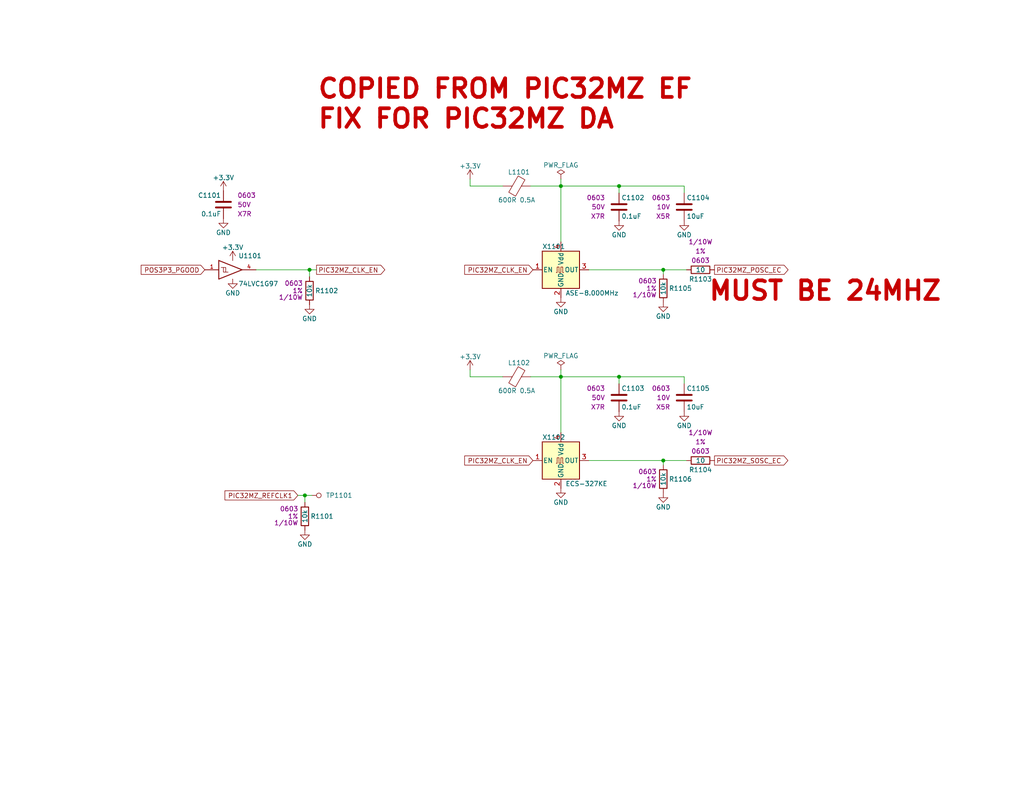
<source format=kicad_sch>
(kicad_sch (version 20230121) (generator eeschema)
  (paper "A")
  (title_block (title "Thermal Camera") (date "2023-11-11") (rev "PRELIM") (company "Drew Maatman and Michael Laffin"))
  (lib_symbols
    (symbol "Custom_Library:74LVC1G97_Power_BUF" (pin_names (offset 1.016) hide)
      (property "Reference" "U" (at 1.524 3.81 0))
      (property "Value" "Custom_Library_74LVC1G97_Power_BUF" (at 1.524 -3.81 0))
      (symbol "74LVC1G97_Power_BUF_1_1"
        (polyline (pts (xy -2.54 0.635) (xy -1.905 0.635) (xy -1.905 -0.635)))
        (polyline (pts (xy -3.81 2.54) (xy -3.81 -2.54) (xy 2.54 0) (xy -3.81 2.54)) (stroke (width 0.254)))
        (polyline (pts (xy -3.175 0.635) (xy -2.54 0.635) (xy -2.54 -0.635) (xy -1.27 -0.635)))
        (pin input line (at -7.62 0 0) (length 3.81) (name "~") (number "1"))
        (pin power_in line (at 0 -2.54 270) (length 0) (name "GND") (number "2"))
        (pin power_in line (at 0 -2.54 270) (length 0) (name "GND") (number "3"))
        (pin output line (at 6.35 0 180) (length 3.81) (name "~") (number "4"))
        (pin power_in line (at 0 2.54 90) (length 0) (name "VCC") (number "5"))
        (pin power_in line (at 0 -2.54 270) (length 0) (name "GND") (number "6"))
      )
    )
    (symbol "Custom_Library:C_Custom" (pin_numbers hide) (pin_names (offset 0.254))
      (property "Reference" "C" (at 0.635 2.54 0))
      (property "Value" "Custom_Library_C_Custom" (at 0.635 -2.54 0))
      (property "display_footprint" "Foot" (at -3.81 2.54 0))
      (property "Voltage" "V" (at -3.81 0 0))
      (property "Dielectric" "Er" (at -3.81 -2.54 0))
      (symbol "C_Custom_0_1"
        (polyline (pts (xy -2.032 -0.762) (xy 2.032 -0.762)) (stroke (width 0.508)))
        (polyline (pts (xy -2.032 0.762) (xy 2.032 0.762)) (stroke (width 0.508)))
      )
      (symbol "C_Custom_1_1"
        (pin passive line (at 0 3.81 270) (length 2.794) (name "~") (number "1"))
        (pin passive line (at 0 -3.81 90) (length 2.794) (name "~") (number "2"))
      )
    )
    (symbol "Custom_Library:ECS-327KE" (pin_names (offset 0.254))
      (property "Reference" "X" (at -5.08 6.35 0))
      (property "Value" "Custom_Library_ECS-327KE" (at 1.27 -6.35 0))
      (symbol "ECS-327KE_0_1"
        (rectangle (start -5.08 5.08) (end 5.08 -5.08) (stroke (width 0.254)) (fill (type background)))
        (polyline (pts (xy -1.27 -0.762) (xy -1.016 -0.762) (xy -1.016 0.762) (xy -0.508 0.762) (xy -0.508 -0.762) (xy 0 -0.762) (xy 0 0.762) (xy 0.508 0.762) (xy 0.508 -0.762) (xy 0.762 -0.762)))
      )
      (symbol "ECS-327KE_1_1"
        (pin input line (at -7.62 0 0) (length 2.54) (name "EN") (number "1"))
        (pin power_in line (at 0 -7.62 90) (length 2.54) (name "GND") (number "2"))
        (pin output line (at 7.62 0 180) (length 2.54) (name "OUT") (number "3"))
        (pin power_in line (at 0 7.62 270) (length 2.54) (name "Vdd") (number "4"))
      )
    )
    (symbol "Custom_Library:R_Custom" (pin_numbers hide) (pin_names (offset 1.016) hide)
      (property "Reference" "R" (at -2.54 0 90))
      (property "Value" "Custom_Library_R_Custom" (at 0 0 90))
      (property "display_footprint" "Foot" (at 2.54 0 90))
      (property "Tolerance" "Tol" (at 5.08 0 90))
      (property "Wattage" "W" (at 7.62 0 90))
      (symbol "R_Custom_0_1"
        (rectangle (start 1.016 2.54) (end -1.016 -2.54) (stroke (width 0.254)))
      )
      (symbol "R_Custom_1_1"
        (pin passive line (at 0 3.81 270) (length 1.27) (name "1") (number "1"))
        (pin passive line (at 0 -3.81 90) (length 1.27) (name "2") (number "2"))
      )
    )
    (symbol "Custom_Library:TP" (pin_numbers hide) (pin_names (offset 0) hide)
      (property "Reference" "TP" (at 0 3.81 0))
      (symbol "TP_0_1"
        (polyline (pts (xy 0 0) (xy 0 1.27)))
        (circle (center 0 1.905) (radius 0.635))
      )
      (symbol "TP_1_1"
        (pin passive line (at 0 0 90) (length 0) (name "TP") (number "1"))
      )
    )
    (symbol "Device:Ferrite_Bead" (pin_numbers hide) (pin_names (offset 0))
      (property "Reference" "FB" (at -3.81 0.635 90))
      (property "Value" "Device_Ferrite_Bead" (at 3.81 0 90))
      (symbol "Ferrite_Bead_0_1"
        (polyline (pts (xy 0 -1.27) (xy 0 -1.2192)))
        (polyline (pts (xy 0 1.27) (xy 0 1.2954)))
        (polyline (pts (xy -2.7686 0.4064) (xy -1.7018 2.2606) (xy 2.7686 -0.3048) (xy 1.6764 -2.159) (xy -2.7686 0.4064)))
      )
      (symbol "Ferrite_Bead_1_1"
        (pin passive line (at 0 3.81 270) (length 2.54) (name "~") (number "1"))
        (pin passive line (at 0 -3.81 90) (length 2.54) (name "~") (number "2"))
      )
    )
    (symbol "Oscillator:ASE-xxxMHz" (pin_names (offset 0.254))
      (property "Reference" "X" (at -5.08 6.35 0))
      (property "Value" "ASE-xxxMHz" (at 1.27 -6.35 0))
      (symbol "ASE-xxxMHz_0_1"
        (rectangle (start -5.08 5.08) (end 5.08 -5.08) (stroke (width 0.254)) (fill (type background)))
        (polyline (pts (xy -1.27 -0.762) (xy -1.016 -0.762) (xy -1.016 0.762) (xy -0.508 0.762) (xy -0.508 -0.762) (xy 0 -0.762) (xy 0 0.762) (xy 0.508 0.762) (xy 0.508 -0.762) (xy 0.762 -0.762)))
      )
      (symbol "ASE-xxxMHz_1_1"
        (pin input line (at -7.62 0 0) (length 2.54) (name "EN") (number "1"))
        (pin power_in line (at 0 -7.62 90) (length 2.54) (name "GND") (number "2"))
        (pin output line (at 7.62 0 180) (length 2.54) (name "OUT") (number "3"))
        (pin power_in line (at 0 7.62 270) (length 2.54) (name "Vdd") (number "4"))
      )
    )
    (symbol "power:+3.3V" (power) (pin_names (offset 0))
      (property "Value" "+3.3V" (at 0 3.556 0))
      (symbol "+3.3V_0_1"
        (polyline (pts (xy -0.762 1.27) (xy 0 2.54)))
        (polyline (pts (xy 0 0) (xy 0 2.54)))
        (polyline (pts (xy 0 2.54) (xy 0.762 1.27)))
      )
      (symbol "+3.3V_1_1"
        (pin power_in line (at 0 0 90) (length 0) hide (name "+3.3V") (number "1"))
      )
    )
    (symbol "power:GND" (power) (pin_names (offset 0))
      (property "Value" "GND" (at 0 -3.81 0))
      (symbol "GND_0_1"
        (polyline (pts (xy 0 0) (xy 0 -1.27) (xy 1.27 -1.27) (xy 0 -2.54) (xy -1.27 -1.27) (xy 0 -1.27)))
      )
      (symbol "GND_1_1"
        (pin power_in line (at 0 0 270) (length 0) hide (name "GND") (number "1"))
      )
    )
    (symbol "power:PWR_FLAG" (power) (pin_numbers hide) (pin_names (offset 0) hide)
      (property "Value" "PWR_FLAG" (at 0 3.81 0))
      (symbol "PWR_FLAG_0_0"
        (pin power_out line (at 0 0 90) (length 0) (name "pwr") (number "1"))
      )
      (symbol "PWR_FLAG_0_1"
        (polyline (pts (xy 0 0) (xy 0 1.27) (xy -1.016 1.905) (xy 0 2.54) (xy 1.016 1.905) (xy 0 1.27)))
      )
    )
  )
  (junction (at 153.035 50.8))
  (junction (at 180.975 73.66))
  (junction (at 153.035 102.87))
  (junction (at 83.185 135.255))
  (junction (at 168.91 102.87))
  (junction (at 84.455 73.66))
  (junction (at 180.975 125.73))
  (junction (at 168.91 50.8))
  (wire (pts (xy 144.78 50.8) (xy 153.035 50.8)))
  (wire (pts (xy 168.91 104.775) (xy 168.91 102.87)))
  (wire (pts (xy 180.975 125.73) (xy 187.325 125.73)))
  (wire (pts (xy 168.91 52.705) (xy 168.91 50.8)))
  (wire (pts (xy 86.36 73.66) (xy 84.455 73.66)))
  (wire (pts (xy 180.975 73.66) (xy 187.325 73.66)))
  (wire (pts (xy 153.035 100.965) (xy 153.035 102.87)))
  (wire (pts (xy 153.035 102.87) (xy 153.035 118.11)))
  (wire (pts (xy 84.455 75.565) (xy 84.455 73.66)))
  (wire (pts (xy 186.69 102.87) (xy 186.69 104.775)))
  (wire (pts (xy 180.975 73.66) (xy 160.655 73.66)))
  (wire (pts (xy 180.975 127) (xy 180.975 125.73)))
  (wire (pts (xy 144.78 102.87) (xy 153.035 102.87)))
  (wire (pts (xy 128.27 100.965) (xy 128.27 102.87)))
  (wire (pts (xy 128.27 50.8) (xy 137.16 50.8)))
  (wire (pts (xy 168.91 102.87) (xy 186.69 102.87)))
  (wire (pts (xy 128.27 102.87) (xy 137.16 102.87)))
  (wire (pts (xy 180.975 74.93) (xy 180.975 73.66)))
  (wire (pts (xy 168.91 50.8) (xy 153.035 50.8)))
  (wire (pts (xy 153.035 48.895) (xy 153.035 50.8)))
  (wire (pts (xy 83.185 135.255) (xy 81.28 135.255)))
  (wire (pts (xy 168.91 102.87) (xy 153.035 102.87)))
  (wire (pts (xy 186.69 50.8) (xy 186.69 52.705)))
  (wire (pts (xy 128.27 48.895) (xy 128.27 50.8)))
  (wire (pts (xy 84.455 73.66) (xy 69.85 73.66)))
  (wire (pts (xy 153.035 50.8) (xy 153.035 66.04)))
  (wire (pts (xy 168.91 50.8) (xy 186.69 50.8)))
  (wire (pts (xy 180.975 125.73) (xy 160.655 125.73)))
  (wire (pts (xy 85.09 135.255) (xy 83.185 135.255)))
  (wire (pts (xy 83.185 137.16) (xy 83.185 135.255)))
  (text "MUST BE 24MHZ" (at 193.04 82.55 0) (effects (font (size 5.08 5.08) (thickness 1.016) bold) (justify left bottom)))
  (text "COPIED FROM PIC32MZ EF\nFIX FOR PIC32MZ DA" (at 86.36 35.56 0) (effects (font (size 5.08 5.08) (thickness 1.016) bold) (justify left bottom)))
  (global_label "PIC32MZ_SOSC_EC" (shape output) (at 194.945 125.73 0) (property "Intersheetrefs" "${INTERSHEET_REFS}" (effects hide)))
  (global_label "PIC32MZ_CLK_EN" (shape input) (at 145.415 125.73 180) (property "Intersheetrefs" "${INTERSHEET_REFS}" (effects hide)))
  (global_label "PIC32MZ_CLK_EN" (shape output) (at 86.36 73.66 0) (property "Intersheetrefs" "${INTERSHEET_REFS}" (effects hide)))
  (global_label "POS3P3_PGOOD" (shape input) (at 55.88 73.66 180) (property "Intersheetrefs" "${INTERSHEET_REFS}" (effects hide)))
  (global_label "PIC32MZ_REFCLK1" (shape input) (at 81.28 135.255 180) (property "Intersheetrefs" "${INTERSHEET_REFS}" (effects hide)))
  (global_label "PIC32MZ_CLK_EN" (shape input) (at 145.415 73.66 180) (property "Intersheetrefs" "${INTERSHEET_REFS}" (effects hide)))
  (global_label "PIC32MZ_POSC_EC" (shape output) (at 194.945 73.66 0) (property "Intersheetrefs" "${INTERSHEET_REFS}" (effects hide)))
  (symbol (lib_id "power:GND") (at 180.975 82.55 0) (unit 1)
    (property "Reference" "#PWR01113" (effects hide))
    (property "Value" "GND" (at 180.975 86.36 0))
    (instances (project "Nixie_Clock_Core" (path "" (reference "#PWR01113") (unit 1))) (project "LED_Panel_Controller" (path "" (reference "#PWR?") (unit 1)) (path "" (reference "#PWR?") (unit 1)) (path "" (reference "#PWR?") (unit 1)) (path "" (reference "#PWR?") (unit 1)) (path "" (reference "#PWR?") (unit 1))) (project "Thermal_Camera" (path "" (reference "#PWR01013") (unit 1))))
  )
  (symbol (lib_id "power:PWR_FLAG") (at 153.035 48.895 0) (unit 1)
    (property "Reference" "#FLG01101" (effects hide))
    (property "Value" "PWR_FLAG" (at 153.035 45.085 0))
    (instances (project "Nixie_Clock_Core" (path "" (reference "#FLG01101") (unit 1))) (project "LED_Panel_Controller" (path "" (reference "#FLG?") (unit 1))) (project "Thermal_Camera" (path "" (reference "#FLG01001") (unit 1))))
  )
  (symbol (lib_id "Custom_Library:R_Custom") (at 180.975 78.74 0) (mirror y) (unit 1)
    (property "Reference" "R1105" (at 182.499 78.74 0) (effects (justify right)))
    (property "Value" "10k" (at 180.975 78.74 90))
    (property "Footprint" "Resistors_SMD:R_0603" (effects hide))
    (property "display_footprint" "0603" (at 179.197 76.708 0) (effects (justify left)))
    (property "Tolerance" "1%" (at 179.197 78.74 0) (effects (justify left)))
    (property "Wattage" "1/10W" (at 179.197 80.518 0) (effects (justify left)))
    (property "Digi-Key PN" "541-10.0KHCT-ND" (effects hide))
    (instances (project "Nixie_Clock_Core" (path "" (reference "R1105") (unit 1))) (project "LED_Panel_Controller" (path "" (reference "R?") (unit 1)) (path "" (reference "R?") (unit 1)) (path "" (reference "R?") (unit 1)) (path "" (reference "R?") (unit 1)) (path "" (reference "R?") (unit 1)) (path "" (reference "R?") (unit 1)) (path "" (reference "R?") (unit 1)) (path "" (reference "R?") (unit 1)) (path "" (reference "R?") (unit 1)) (path "" (reference "R?") (unit 1)) (path "" (reference "R?") (unit 1))) (project "Thermal_Camera" (path "" (reference "R?") (unit 1))))
  )
  (symbol (lib_id "Custom_Library:C_Custom") (at 168.91 108.585 0) (unit 1)
    (property "Reference" "C1103" (at 169.545 106.045 0) (effects (justify left)))
    (property "Value" "0.1uF" (at 169.545 111.125 0) (effects (justify left)))
    (property "Footprint" "Capacitors_SMD:C_0603" (effects hide))
    (property "display_footprint" "0603" (at 165.1 106.045 0) (effects (justify right)))
    (property "Voltage" "50V" (at 165.1 108.585 0) (effects (justify right)))
    (property "Dielectric" "X7R" (at 165.1 111.125 0) (effects (justify right)))
    (property "Digi-Key PN" "1276-1935-1-ND" (effects hide))
    (instances (project "Nixie_Clock_Core" (path "" (reference "C1103") (unit 1))) (project "LED_Panel_Controller" (path "" (reference "C?") (unit 1)) (path "" (reference "C?") (unit 1))) (project "Thermal_Camera" (path "" (reference "C?") (unit 1))))
  )
  (symbol (lib_id "Custom_Library:R_Custom") (at 191.135 125.73 90) (unit 1)
    (property "Reference" "R1104" (at 191.135 128.27 90))
    (property "Value" "10" (at 191.135 125.73 90))
    (property "Footprint" "Resistors_SMD:R_0603" (effects hide))
    (property "display_footprint" "0603" (at 191.135 123.19 90))
    (property "Tolerance" "1%" (at 191.135 120.65 90))
    (property "Wattage" "1/10W" (at 191.135 118.11 90))
    (property "Digi-Key PN" "541-10.0HCT-ND" (effects hide))
    (instances (project "Nixie_Clock_Core" (path "" (reference "R1104") (unit 1))) (project "LED_Panel_Controller" (path "" (reference "R?") (unit 1)) (path "" (reference "R?") (unit 1))) (project "Thermal_Camera" (path "" (reference "R?") (unit 1))))
  )
  (symbol (lib_id "Custom_Library:74LVC1G97_Power_BUF") (at 63.5 73.66 0) (unit 1)
    (property "Reference" "U1101" (at 65.024 69.85 0) (effects (justify left)))
    (property "Value" "74LVC1G97" (at 65.024 77.47 0) (effects (justify left)))
    (property "Footprint" "Package_TO_SOT_SMD:SOT-363_SC-70-6" (effects hide))
    (property "Datasheet" "http://www.ti.com/lit/ds/symlink/sn74lvc1g97.pdf" (effects hide))
    (property "Digi-Key PN" "296-15582-1-ND" (effects hide))
    (instances (project "Nixie_Clock_Core" (path "" (reference "U1101") (unit 1))) (project "LED_Panel_Controller" (path "" (reference "U?") (unit 1))) (project "Thermal_Camera" (path "" (reference "U?") (unit 1))))
  )
  (symbol (lib_id "power:GND") (at 83.185 144.78 0) (unit 1)
    (property "Reference" "#PWR01105" (effects hide))
    (property "Value" "GND" (at 83.185 148.59 0))
    (instances (project "Nixie_Clock_Core" (path "" (reference "#PWR01105") (unit 1))) (project "LED_Panel_Controller" (path "" (reference "#PWR?") (unit 1))) (project "Thermal_Camera" (path "" (reference "#PWR01005") (unit 1))))
  )
  (symbol (lib_id "power:GND") (at 60.96 59.69 0) (unit 1)
    (property "Reference" "#PWR01102" (effects hide))
    (property "Value" "GND" (at 60.96 63.5 0))
    (instances (project "Nixie_Clock_Core" (path "" (reference "#PWR01102") (unit 1))) (project "LED_Panel_Controller" (path "" (reference "#PWR?") (unit 1)) (path "" (reference "#PWR?") (unit 1))) (project "Thermal_Camera" (path "" (reference "#PWR01002") (unit 1))))
  )
  (symbol (lib_id "Custom_Library:C_Custom") (at 186.69 56.515 0) (unit 1)
    (property "Reference" "C1104" (at 187.325 53.975 0) (effects (justify left)))
    (property "Value" "10uF" (at 187.325 59.055 0) (effects (justify left)))
    (property "Footprint" "Capacitors_SMD:C_0603" (effects hide))
    (property "display_footprint" "0603" (at 182.88 53.975 0) (effects (justify right)))
    (property "Voltage" "10V" (at 182.88 56.515 0) (effects (justify right)))
    (property "Dielectric" "X5R" (at 182.88 59.055 0) (effects (justify right)))
    (property "Digi-Key PN" "1276-1871-1-ND" (effects hide))
    (instances (project "Nixie_Clock_Core" (path "" (reference "C1104") (unit 1))) (project "LED_Panel_Controller" (path "" (reference "C?") (unit 1)) (path "" (reference "C?") (unit 1)) (path "" (reference "C?") (unit 1)) (path "" (reference "C?") (unit 1)) (path "" (reference "C?") (unit 1)) (path "" (reference "C?") (unit 1)) (path "" (reference "C?") (unit 1)) (path "" (reference "C?") (unit 1)) (path "" (reference "C?") (unit 1))) (project "Thermal_Camera" (path "" (reference "C?") (unit 1))))
  )
  (symbol (lib_id "power:GND") (at 153.035 133.35 0) (unit 1)
    (property "Reference" "#PWR01110" (effects hide))
    (property "Value" "GND" (at 153.035 137.16 0))
    (instances (project "Nixie_Clock_Core" (path "" (reference "#PWR01110") (unit 1))) (project "LED_Panel_Controller" (path "" (reference "#PWR?") (unit 1))) (project "Thermal_Camera" (path "" (reference "#PWR01010") (unit 1))))
  )
  (symbol (lib_id "Custom_Library:C_Custom") (at 168.91 56.515 0) (unit 1)
    (property "Reference" "C1102" (at 169.545 53.975 0) (effects (justify left)))
    (property "Value" "0.1uF" (at 169.545 59.055 0) (effects (justify left)))
    (property "Footprint" "Capacitors_SMD:C_0603" (effects hide))
    (property "display_footprint" "0603" (at 165.1 53.975 0) (effects (justify right)))
    (property "Voltage" "50V" (at 165.1 56.515 0) (effects (justify right)))
    (property "Dielectric" "X7R" (at 165.1 59.055 0) (effects (justify right)))
    (property "Digi-Key PN" "1276-1935-1-ND" (effects hide))
    (instances (project "Nixie_Clock_Core" (path "" (reference "C1102") (unit 1))) (project "LED_Panel_Controller" (path "" (reference "C?") (unit 1)) (path "" (reference "C?") (unit 1))) (project "Thermal_Camera" (path "" (reference "C?") (unit 1))))
  )
  (symbol (lib_id "power:+3.3V") (at 128.27 48.895 0) (unit 1)
    (property "Reference" "#PWR01107" (effects hide))
    (property "Value" "+3.3V" (at 128.27 45.339 0))
    (instances (project "Nixie_Clock_Core" (path "" (reference "#PWR01107") (unit 1))) (project "LED_Panel_Controller" (path "" (reference "#PWR?") (unit 1))) (project "Thermal_Camera" (path "" (reference "#PWR01007") (unit 1))))
  )
  (symbol (lib_id "Device:Ferrite_Bead") (at 140.97 50.8 270) (unit 1)
    (property "Reference" "L1101" (at 141.605 46.99 90))
    (property "Value" "600R 0.5A" (at 140.97 54.61 90))
    (property "Footprint" "Inductors_SMD:L_0603" (effects hide))
    (property "Digi-Key PN" "490-1014-1-ND" (effects hide))
    (instances (project "Nixie_Clock_Core" (path "" (reference "L1101") (unit 1))) (project "LED_Panel_Controller" (path "" (reference "L?") (unit 1)) (path "" (reference "L?") (unit 1)) (path "" (reference "L?") (unit 1)) (path "" (reference "L?") (unit 1)) (path "" (reference "L?") (unit 1))) (project "Thermal_Camera" (path "" (reference "L?") (unit 1))))
  )
  (symbol (lib_id "power:GND") (at 168.91 60.325 0) (unit 1)
    (property "Reference" "#PWR01111" (effects hide))
    (property "Value" "GND" (at 168.91 64.135 0))
    (instances (project "Nixie_Clock_Core" (path "" (reference "#PWR01111") (unit 1))) (project "LED_Panel_Controller" (path "" (reference "#PWR?") (unit 1))) (project "Thermal_Camera" (path "" (reference "#PWR01011") (unit 1))))
  )
  (symbol (lib_id "Custom_Library:R_Custom") (at 191.135 73.66 90) (unit 1)
    (property "Reference" "R1103" (at 191.135 76.2 90))
    (property "Value" "10" (at 191.135 73.66 90))
    (property "Footprint" "Resistors_SMD:R_0603" (effects hide))
    (property "display_footprint" "0603" (at 191.135 71.12 90))
    (property "Tolerance" "1%" (at 191.135 68.58 90))
    (property "Wattage" "1/10W" (at 191.135 66.04 90))
    (property "Digi-Key PN" "541-10.0HCT-ND" (effects hide))
    (instances (project "Nixie_Clock_Core" (path "" (reference "R1103") (unit 1))) (project "LED_Panel_Controller" (path "" (reference "R?") (unit 1)) (path "" (reference "R?") (unit 1))) (project "Thermal_Camera" (path "" (reference "R?") (unit 1))))
  )
  (symbol (lib_id "Custom_Library:R_Custom") (at 83.185 140.97 0) (mirror y) (unit 1)
    (property "Reference" "R1101" (at 84.709 140.97 0) (effects (justify right)))
    (property "Value" "10k" (at 83.185 140.97 90))
    (property "Footprint" "Resistors_SMD:R_0603" (effects hide))
    (property "display_footprint" "0603" (at 81.407 138.938 0) (effects (justify left)))
    (property "Tolerance" "1%" (at 81.407 140.97 0) (effects (justify left)))
    (property "Wattage" "1/10W" (at 81.407 142.748 0) (effects (justify left)))
    (property "Digi-Key PN" "541-10.0KHCT-ND" (effects hide))
    (instances (project "Nixie_Clock_Core" (path "" (reference "R1101") (unit 1))) (project "LED_Panel_Controller" (path "" (reference "R?") (unit 1)) (path "" (reference "R?") (unit 1)) (path "" (reference "R?") (unit 1)) (path "" (reference "R?") (unit 1)) (path "" (reference "R?") (unit 1)) (path "" (reference "R?") (unit 1)) (path "" (reference "R?") (unit 1)) (path "" (reference "R?") (unit 1)) (path "" (reference "R?") (unit 1)) (path "" (reference "R?") (unit 1)) (path "" (reference "R?") (unit 1))) (project "Thermal_Camera" (path "" (reference "R?") (unit 1))))
  )
  (symbol (lib_id "Custom_Library:C_Custom") (at 60.96 55.88 0) (mirror y) (unit 1)
    (property "Reference" "C1101" (at 60.325 53.34 0) (effects (justify left)))
    (property "Value" "0.1uF" (at 60.325 58.42 0) (effects (justify left)))
    (property "Footprint" "Capacitors_SMD:C_0603" (effects hide))
    (property "Digi-Key PN" "1276-1935-1-ND" (effects hide))
    (property "display_footprint" "0603" (at 64.77 53.34 0) (effects (justify right)))
    (property "Voltage" "50V" (at 64.77 55.88 0) (effects (justify right)))
    (property "Dielectric" "X7R" (at 64.77 58.42 0) (effects (justify right)))
    (instances (project "Nixie_Clock_Core" (path "" (reference "C1101") (unit 1))) (project "LED_Panel_Controller" (path "" (reference "C?") (unit 1)) (path "" (reference "C?") (unit 1)) (path "" (reference "C?") (unit 1)) (path "" (reference "C?") (unit 1)) (path "" (reference "C?") (unit 1)) (path "" (reference "C?") (unit 1)) (path "" (reference "C?") (unit 1)) (path "" (reference "C?") (unit 1)) (path "" (reference "C?") (unit 1))) (project "Thermal_Camera" (path "" (reference "C?") (unit 1))))
  )
  (symbol (lib_id "Custom_Library:TP") (at 85.09 135.255 270) (unit 1)
    (property "Reference" "TP1101" (at 88.9 135.255 90) (effects (justify left)))
    (property "Value" "TP" (effects hide))
    (property "Footprint" "Custom Footprints Library:Test_Point" (effects hide))
    (instances (project "Nixie_Clock_Core" (path "" (reference "TP1101") (unit 1))) (project "LED_Panel_Controller" (path "" (reference "TP?") (unit 1)) (path "" (reference "TP?") (unit 1)) (path "" (reference "TP?") (unit 1)) (path "" (reference "TP?") (unit 1)) (path "" (reference "TP?") (unit 1)) (path "" (reference "TP?") (unit 1)) (path "" (reference "TP?") (unit 1)) (path "" (reference "TP?") (unit 1))) (project "Thermal_Camera" (path "" (reference "TP?") (unit 1))))
  )
  (symbol (lib_id "power:+3.3V") (at 60.96 52.07 0) (unit 1)
    (property "Reference" "#PWR01101" (effects hide))
    (property "Value" "+3.3V" (at 60.96 48.514 0))
    (instances (project "Nixie_Clock_Core" (path "" (reference "#PWR01101") (unit 1))) (project "LED_Panel_Controller" (path "" (reference "#PWR?") (unit 1)) (path "" (reference "#PWR?") (unit 1))) (project "Thermal_Camera" (path "" (reference "#PWR01001") (unit 1))))
  )
  (symbol (lib_id "power:PWR_FLAG") (at 153.035 100.965 0) (unit 1)
    (property "Reference" "#FLG01102" (effects hide))
    (property "Value" "PWR_FLAG" (at 153.035 97.155 0))
    (instances (project "Nixie_Clock_Core" (path "" (reference "#FLG01102") (unit 1))) (project "LED_Panel_Controller" (path "" (reference "#FLG?") (unit 1))) (project "Thermal_Camera" (path "" (reference "#FLG01002") (unit 1))))
  )
  (symbol (lib_id "Custom_Library:R_Custom") (at 84.455 79.375 0) (mirror y) (unit 1)
    (property "Reference" "R1102" (at 85.979 79.375 0) (effects (justify right)))
    (property "Value" "10k" (at 84.455 79.375 90))
    (property "Footprint" "Resistors_SMD:R_0603" (effects hide))
    (property "display_footprint" "0603" (at 82.677 77.343 0) (effects (justify left)))
    (property "Tolerance" "1%" (at 82.677 79.375 0) (effects (justify left)))
    (property "Wattage" "1/10W" (at 82.677 81.153 0) (effects (justify left)))
    (property "Digi-Key PN" "541-10.0KHCT-ND" (effects hide))
    (instances (project "Nixie_Clock_Core" (path "" (reference "R1102") (unit 1))) (project "LED_Panel_Controller" (path "" (reference "R?") (unit 1)) (path "" (reference "R?") (unit 1)) (path "" (reference "R?") (unit 1)) (path "" (reference "R?") (unit 1)) (path "" (reference "R?") (unit 1)) (path "" (reference "R?") (unit 1)) (path "" (reference "R?") (unit 1)) (path "" (reference "R?") (unit 1)) (path "" (reference "R?") (unit 1)) (path "" (reference "R?") (unit 1)) (path "" (reference "R?") (unit 1))) (project "Thermal_Camera" (path "" (reference "R?") (unit 1))))
  )
  (symbol (lib_id "power:+3.3V") (at 128.27 100.965 0) (unit 1)
    (property "Reference" "#PWR01108" (effects hide))
    (property "Value" "+3.3V" (at 128.27 97.409 0))
    (instances (project "Nixie_Clock_Core" (path "" (reference "#PWR01108") (unit 1))) (project "LED_Panel_Controller" (path "" (reference "#PWR?") (unit 1))) (project "Thermal_Camera" (path "" (reference "#PWR01008") (unit 1))))
  )
  (symbol (lib_id "Device:Ferrite_Bead") (at 140.97 102.87 270) (unit 1)
    (property "Reference" "L1102" (at 141.605 99.06 90))
    (property "Value" "600R 0.5A" (at 140.97 106.68 90))
    (property "Footprint" "Inductors_SMD:L_0603" (effects hide))
    (property "Digi-Key PN" "490-1014-1-ND" (effects hide))
    (instances (project "Nixie_Clock_Core" (path "" (reference "L1102") (unit 1))) (project "LED_Panel_Controller" (path "" (reference "L?") (unit 1)) (path "" (reference "L?") (unit 1)) (path "" (reference "L?") (unit 1)) (path "" (reference "L?") (unit 1)) (path "" (reference "L?") (unit 1))) (project "Thermal_Camera" (path "" (reference "L?") (unit 1))))
  )
  (symbol (lib_id "power:GND") (at 63.5 76.2 0) (unit 1)
    (property "Reference" "#PWR01104" (effects hide))
    (property "Value" "GND" (at 63.5 80.01 0))
    (instances (project "Nixie_Clock_Core" (path "" (reference "#PWR01104") (unit 1))) (project "LED_Panel_Controller" (path "" (reference "#PWR?") (unit 1)) (path "" (reference "#PWR?") (unit 1))) (project "Thermal_Camera" (path "" (reference "#PWR01004") (unit 1))))
  )
  (symbol (lib_id "Custom_Library:C_Custom") (at 186.69 108.585 0) (unit 1)
    (property "Reference" "C1105" (at 187.325 106.045 0) (effects (justify left)))
    (property "Value" "10uF" (at 187.325 111.125 0) (effects (justify left)))
    (property "Footprint" "Capacitors_SMD:C_0603" (effects hide))
    (property "display_footprint" "0603" (at 182.88 106.045 0) (effects (justify right)))
    (property "Voltage" "10V" (at 182.88 108.585 0) (effects (justify right)))
    (property "Dielectric" "X5R" (at 182.88 111.125 0) (effects (justify right)))
    (property "Digi-Key PN" "1276-1871-1-ND" (effects hide))
    (instances (project "Nixie_Clock_Core" (path "" (reference "C1105") (unit 1))) (project "LED_Panel_Controller" (path "" (reference "C?") (unit 1)) (path "" (reference "C?") (unit 1)) (path "" (reference "C?") (unit 1)) (path "" (reference "C?") (unit 1)) (path "" (reference "C?") (unit 1)) (path "" (reference "C?") (unit 1)) (path "" (reference "C?") (unit 1)) (path "" (reference "C?") (unit 1)) (path "" (reference "C?") (unit 1))) (project "Thermal_Camera" (path "" (reference "C?") (unit 1))))
  )
  (symbol (lib_id "power:GND") (at 180.975 134.62 0) (unit 1)
    (property "Reference" "#PWR01114" (effects hide))
    (property "Value" "GND" (at 180.975 138.43 0))
    (instances (project "Nixie_Clock_Core" (path "" (reference "#PWR01114") (unit 1))) (project "LED_Panel_Controller" (path "" (reference "#PWR?") (unit 1)) (path "" (reference "#PWR?") (unit 1)) (path "" (reference "#PWR?") (unit 1)) (path "" (reference "#PWR?") (unit 1)) (path "" (reference "#PWR?") (unit 1))) (project "Thermal_Camera" (path "" (reference "#PWR01014") (unit 1))))
  )
  (symbol (lib_id "power:GND") (at 186.69 112.395 0) (unit 1)
    (property "Reference" "#PWR01116" (effects hide))
    (property "Value" "GND" (at 186.69 116.205 0))
    (instances (project "Nixie_Clock_Core" (path "" (reference "#PWR01116") (unit 1))) (project "LED_Panel_Controller" (path "" (reference "#PWR?") (unit 1))) (project "Thermal_Camera" (path "" (reference "#PWR01016") (unit 1))))
  )
  (symbol (lib_id "power:GND") (at 186.69 60.325 0) (unit 1)
    (property "Reference" "#PWR01115" (effects hide))
    (property "Value" "GND" (at 186.69 64.135 0))
    (instances (project "Nixie_Clock_Core" (path "" (reference "#PWR01115") (unit 1))) (project "LED_Panel_Controller" (path "" (reference "#PWR?") (unit 1))) (project "Thermal_Camera" (path "" (reference "#PWR01015") (unit 1))))
  )
  (symbol (lib_id "Oscillator:ASE-xxxMHz") (at 153.035 73.66 0) (unit 1)
    (property "Reference" "X1101" (at 147.955 67.31 0) (effects (justify left)))
    (property "Value" "ASE-8.000MHz" (at 154.305 80.01 0) (effects (justify left)))
    (property "Footprint" "Oscillator:Oscillator_SMD_Abracon_ASE-4Pin_3.2x2.5mm" (effects hide))
    (property "Datasheet" "http://www.abracon.com/Oscillators/ASV.pdf" (effects hide))
    (property "Digi-Key PN" "	535-9558-1-ND" (effects hide))
    (instances (project "Nixie_Clock_Core" (path "" (reference "X1101") (unit 1))) (project "LED_Panel_Controller" (path "" (reference "X?") (unit 1))) (project "Thermal_Camera" (path "" (reference "X?") (unit 1))))
  )
  (symbol (lib_id "power:GND") (at 168.91 112.395 0) (unit 1)
    (property "Reference" "#PWR01112" (effects hide))
    (property "Value" "GND" (at 168.91 116.205 0))
    (instances (project "Nixie_Clock_Core" (path "" (reference "#PWR01112") (unit 1))) (project "LED_Panel_Controller" (path "" (reference "#PWR?") (unit 1))) (project "Thermal_Camera" (path "" (reference "#PWR01012") (unit 1))))
  )
  (symbol (lib_id "Custom_Library:R_Custom") (at 180.975 130.81 0) (mirror y) (unit 1)
    (property "Reference" "R1106" (at 182.499 130.81 0) (effects (justify right)))
    (property "Value" "10k" (at 180.975 130.81 90))
    (property "Footprint" "Resistors_SMD:R_0603" (effects hide))
    (property "display_footprint" "0603" (at 179.197 128.778 0) (effects (justify left)))
    (property "Tolerance" "1%" (at 179.197 130.81 0) (effects (justify left)))
    (property "Wattage" "1/10W" (at 179.197 132.588 0) (effects (justify left)))
    (property "Digi-Key PN" "541-10.0KHCT-ND" (effects hide))
    (instances (project "Nixie_Clock_Core" (path "" (reference "R1106") (unit 1))) (project "LED_Panel_Controller" (path "" (reference "R?") (unit 1)) (path "" (reference "R?") (unit 1)) (path "" (reference "R?") (unit 1)) (path "" (reference "R?") (unit 1)) (path "" (reference "R?") (unit 1)) (path "" (reference "R?") (unit 1)) (path "" (reference "R?") (unit 1)) (path "" (reference "R?") (unit 1)) (path "" (reference "R?") (unit 1)) (path "" (reference "R?") (unit 1)) (path "" (reference "R?") (unit 1))) (project "Thermal_Camera" (path "" (reference "R?") (unit 1))))
  )
  (symbol (lib_id "power:+3.3V") (at 63.5 71.12 0) (unit 1)
    (property "Reference" "#PWR01103" (effects hide))
    (property "Value" "+3.3V" (at 63.5 67.564 0))
    (instances (project "Nixie_Clock_Core" (path "" (reference "#PWR01103") (unit 1))) (project "LED_Panel_Controller" (path "" (reference "#PWR?") (unit 1)) (path "" (reference "#PWR?") (unit 1))) (project "Thermal_Camera" (path "" (reference "#PWR01003") (unit 1))))
  )
  (symbol (lib_id "power:GND") (at 84.455 83.185 0) (unit 1)
    (property "Reference" "#PWR01106" (effects hide))
    (property "Value" "GND" (at 84.455 86.995 0))
    (instances (project "Nixie_Clock_Core" (path "" (reference "#PWR01106") (unit 1))) (project "LED_Panel_Controller" (path "" (reference "#PWR?") (unit 1)) (path "" (reference "#PWR?") (unit 1))) (project "Thermal_Camera" (path "" (reference "#PWR01006") (unit 1))))
  )
  (symbol (lib_id "power:GND") (at 153.035 81.28 0) (unit 1)
    (property "Reference" "#PWR01109" (effects hide))
    (property "Value" "GND" (at 153.035 85.09 0))
    (instances (project "Nixie_Clock_Core" (path "" (reference "#PWR01109") (unit 1))) (project "LED_Panel_Controller" (path "" (reference "#PWR?") (unit 1))) (project "Thermal_Camera" (path "" (reference "#PWR01009") (unit 1))))
  )
  (symbol (lib_id "Custom_Library:ECS-327KE") (at 153.035 125.73 0) (unit 1)
    (property "Reference" "X1102" (at 147.955 119.38 0) (effects (justify left)))
    (property "Value" "ECS-327KE" (at 154.305 132.08 0) (effects (justify left)))
    (property "Footprint" "Custom Footprints Library:ECS-327KE" (effects hide))
    (property "Digi-Key PN" "XC1751CT-ND" (effects hide))
    (instances (project "Nixie_Clock_Core" (path "" (reference "X1102") (unit 1))) (project "LED_Panel_Controller" (path "" (reference "X?") (unit 1))) (project "Thermal_Camera" (path "" (reference "X?") (unit 1))))
  )
)
</source>
